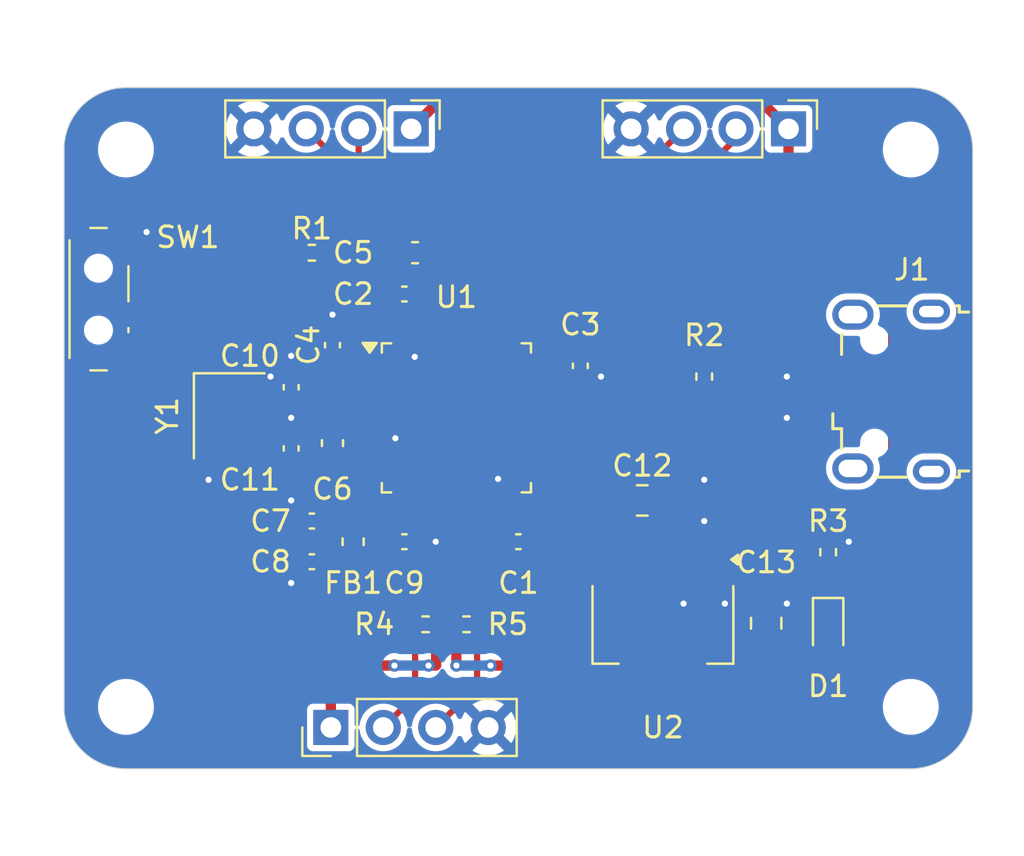
<source format=kicad_pcb>
(kicad_pcb (version 20241229) (generator "pcbnew") (generator_version "9.0")
  (layers (0 "F.Cu" signal) (2 "B.Cu" power) (13 "F.Paste" user) (15 "B.Paste" user) (5 "F.SilkS" user "F.Silkscreen") (7 "B.SilkS" user "B.Silkscreen") (1 "F.Mask" user) (3 "B.Mask" user) (25 "Edge.Cuts" user))
  (net 0 "")
  (net 1 "+3.3V")
  (net 2 "GND")
  (net 3 "+3.3VA")
  (net 4 "/NRST")
  (net 5 "/HSE_IN")
  (net 6 "/HSE_OUT")
  (net 7 "VBUS")
  (net 8 "Net-(D1-K)")
  (net 9 "/USB_D+")
  (net 13 "/USB_D-")
  (net 16 "/SWDIO")
  (net 17 "/SWCLK")
  (net 18 "/USART1_RX")
  (net 19 "/USART1_TX")
  (net 20 "/I2C2_SCL")
  (net 21 "/I2C2_SDA")
  (net 22 "/BOOT0")
  (net 23 "/SW_BOOT0")
  (footprint "Capacitor_SMD:C_0402_1005Metric" (layer "F.Cu") (at 86 68.48 -90)
    (property "Reference" "C3" (at -2 0 180) (layer "F.SilkS"))
    (property "Value" "100n")
    (fp_line (start -0.107836 0.36) (end 0.107836 0.36) (stroke (width 0.12)) (layer "F.SilkS"))
    (fp_line (start -0.107836 -0.36) (end 0.107836 -0.36) (stroke (width 0.12)) (layer "F.SilkS"))
    (pad "1" smd roundrect (at -0.48 0 270) (size 0.56 0.62) (layers "F.Cu" "F.Mask" "F.Paste") (net 1 "+3.3V"))
    (pad "2" smd roundrect (at 0.48 0 270) (size 0.56 0.62) (layers "F.Cu" "F.Mask" "F.Paste") (net 2 "GND"))
  )
  (footprint "Capacitor_SMD:C_0402_1005Metric" (layer "F.Cu") (at 73 77.97 180)
    (property "Reference" "C8" (at 2 0 0) (layer "F.SilkS"))
    (property "Value" "1u")
    (fp_line (start -0.107836 0.36) (end 0.107836 0.36) (stroke (width 0.12)) (layer "F.SilkS"))
    (fp_line (start -0.107836 -0.36) (end 0.107836 -0.36) (stroke (width 0.12)) (layer "F.SilkS"))
    (pad "1" smd roundrect (at -0.48 0 180) (size 0.56 0.62) (layers "F.Cu" "F.Mask" "F.Paste") (net 1 "+3.3V"))
    (pad "2" smd roundrect (at 0.48 0 180) (size 0.56 0.62) (layers "F.Cu" "F.Mask" "F.Paste") (net 2 "GND"))
  )
  (footprint "Capacitor_SMD:C_0402_1005Metric" (layer "F.Cu") (at 77.48 77)
    (property "Reference" "C9" (at 0 2 0) (layer "F.SilkS"))
    (property "Value" "100n")
    (fp_line (start -0.107836 -0.36) (end 0.107836 -0.36) (stroke (width 0.12)) (layer "F.SilkS"))
    (fp_line (start -0.107836 0.36) (end 0.107836 0.36) (stroke (width 0.12)) (layer "F.SilkS"))
    (pad "1" smd roundrect (at -0.48 0) (size 0.56 0.62) (layers "F.Cu" "F.Mask" "F.Paste") (net 4 "/NRST"))
    (pad "2" smd roundrect (at 0.48 0) (size 0.56 0.62) (layers "F.Cu" "F.Mask" "F.Paste") (net 2 "GND"))
  )
  (footprint "Package_TO_SOT_SMD:SOT-223-3_TabPin2" (layer "F.Cu") (at 90 81 -90)
    (property "Reference" "U2" (at 5 0 180) (layer "F.SilkS"))
    (property "Value" "AMS1117-3.3")
    (fp_line (start -1.85 3.41) (end 1.91 3.41) (stroke (width 0.12)) (layer "F.SilkS"))
    (fp_line (start 1.91 3.41) (end 1.91 2.15) (stroke (width 0.12)) (layer "F.SilkS"))
    (fp_line (start -1.85 -3.41) (end 1.91 -3.41) (stroke (width 0.12)) (layer "F.SilkS"))
    (fp_line (start 1.91 -3.41) (end 1.91 -2.15) (stroke (width 0.12)) (layer "F.SilkS"))
    (fp_poly (pts (xy -3.13 -3.31) (xy -3.37 -3.64) (xy -2.89 -3.64) (xy -3.13 -3.31)) (stroke (width 0.12)) (fill yes) (layer "F.SilkS"))
    (pad "1" smd roundrect (at -3.15 -2.3 270) (size 2 1.5) (layers "F.Cu" "F.Mask" "F.Paste") (net 2 "GND"))
    (pad "2" smd roundrect (at -3.15 0 270) (size 2 1.5) (layers "F.Cu" "F.Mask" "F.Paste") (net 1 "+3.3V"))
    (pad "2" smd roundrect (at 3.15 0 270) (size 2 3.8) (layers "F.Cu" "F.Mask" "F.Paste") (net 1 "+3.3V"))
    (pad "3" smd roundrect (at -3.15 2.3 270) (size 2 1.5) (layers "F.Cu" "F.Mask" "F.Paste") (net 7 "VBUS"))
  )
  (footprint "Capacitor_SMD:C_0402_1005Metric" (layer "F.Cu") (at 74 67.48 90)
    (property "Reference" "C4" (at 0 -1.16 90) (layer "F.SilkS"))
    (property "Value" "100n")
    (fp_line (start -0.107836 -0.36) (end 0.107836 -0.36) (stroke (width 0.12)) (layer "F.SilkS"))
    (fp_line (start -0.107836 0.36) (end 0.107836 0.36) (stroke (width 0.12)) (layer "F.SilkS"))
    (pad "1" smd roundrect (at -0.48 0 90) (size 0.56 0.62) (layers "F.Cu" "F.Mask" "F.Paste") (net 1 "+3.3V"))
    (pad "2" smd roundrect (at 0.48 0 90) (size 0.56 0.62) (layers "F.Cu" "F.Mask" "F.Paste") (net 2 "GND"))
  )
  (footprint "Connector_PinHeader_2.54mm:PinHeader_1x04_P2.54mm_Vertical" (layer "F.Cu") (at 96.08 57 -90)
    (property "Reference" "J2")
    (property "Value" "Conn_01x04_Pin")
    (fp_line (start -1.38 9) (end 1.38 9) (stroke (width 0.12)) (layer "F.SilkS"))
    (fp_line (start -1.38 1.27) (end -1.38 9) (stroke (width 0.12)) (layer "F.SilkS"))
    (fp_line (start -1.38 1.27) (end 1.38 1.27) (stroke (width 0.12)) (layer "F.SilkS"))
    (fp_line (start 1.38 1.27) (end 1.38 9) (stroke (width 0.12)) (layer "F.SilkS"))
    (fp_line (start -1.38 0) (end -1.38 -1.38) (stroke (width 0.12)) (layer "F.SilkS"))
    (fp_line (start -1.38 -1.38) (end 0 -1.38) (stroke (width 0.12)) (layer "F.SilkS"))
    (pad "1" thru_hole rect (at 0 0 270) (size 1.7 1.7) (drill 1) (layers "*.Cu" "*.Mask") (net 1 "+3.3V"))
    (pad "2" thru_hole circle (at 0 2.54 270) (size 1.7 1.7) (drill 1) (layers "*.Cu" "*.Mask") (net 16 "/SWDIO"))
    (pad "3" thru_hole circle (at 0 5.08 270) (size 1.7 1.7) (drill 1) (layers "*.Cu" "*.Mask") (net 17 "/SWCLK"))
    (pad "4" thru_hole circle (at 0 7.62 270) (size 1.7 1.7) (drill 1) (layers "*.Cu" "*.Mask") (net 2 "GND"))
  )
  (footprint "Capacitor_SMD:C_0402_1005Metric" (layer "F.Cu") (at 72 72.48 90)
    (property "Reference" "C11" (at -1.52 -2 180) (layer "F.SilkS"))
    (property "Value" "10p")
    (fp_line (start -0.107836 -0.36) (end 0.107836 -0.36) (stroke (width 0.12)) (layer "F.SilkS"))
    (fp_line (start -0.107836 0.36) (end 0.107836 0.36) (stroke (width 0.12)) (layer "F.SilkS"))
    (pad "1" smd roundrect (at -0.48 0 90) (size 0.56 0.62) (layers "F.Cu" "F.Mask" "F.Paste") (net 6 "/HSE_OUT"))
    (pad "2" smd roundrect (at 0.48 0 90) (size 0.56 0.62) (layers "F.Cu" "F.Mask" "F.Paste") (net 2 "GND"))
  )
  (footprint "MountingHole:MountingHole_2.2mm_M2" (layer "F.Cu") (at 102 58)
    (property "Reference" "H3")
    (property "Value" "MountingHole")
    (pad "" np_thru_hole circle (at 0 0) (size 2.2 2.2) (drill 2.2) (layers "*.Cu" "*.Mask"))
  )
  (footprint "Capacitor_SMD:C_0603_1608Metric" (layer "F.Cu") (at 78 63)
    (property "Reference" "C5" (at -3 0 0) (layer "F.SilkS"))
    (property "Value" "10u")
    (fp_line (start -0.14058 -0.51) (end 0.14058 -0.51) (stroke (width 0.12)) (layer "F.SilkS"))
    (fp_line (start -0.14058 0.51) (end 0.14058 0.51) (stroke (width 0.12)) (layer "F.SilkS"))
    (pad "1" smd roundrect (at -0.775 0) (size 0.9 0.95) (layers "F.Cu" "F.Mask" "F.Paste") (net 1 "+3.3V"))
    (pad "2" smd roundrect (at 0.775 0) (size 0.9 0.95) (layers "F.Cu" "F.Mask" "F.Paste") (net 2 "GND"))
  )
  (footprint "Connector_PinHeader_2.54mm:PinHeader_1x04_P2.54mm_Vertical" (layer "F.Cu") (at 73.92 86 90)
    (property "Reference" "J4")
    (property "Value" "Conn_01x04_Pin")
    (fp_line (start -1.38 -1.38) (end 0 -1.38) (stroke (width 0.12)) (layer "F.SilkS"))
    (fp_line (start -1.38 0) (end -1.38 -1.38) (stroke (width 0.12)) (layer "F.SilkS"))
    (fp_line (start 1.38 1.27) (end 1.38 9) (stroke (width 0.12)) (layer "F.SilkS"))
    (fp_line (start -1.38 1.27) (end 1.38 1.27) (stroke (width 0.12)) (layer "F.SilkS"))
    (fp_line (start -1.38 1.27) (end -1.38 9) (stroke (width 0.12)) (layer "F.SilkS"))
    (fp_line (start -1.38 9) (end 1.38 9) (stroke (width 0.12)) (layer "F.SilkS"))
    (pad "1" thru_hole rect (at 0 0 90) (size 1.7 1.7) (drill 1) (layers "*.Cu" "*.Mask") (net 1 "+3.3V"))
    (pad "2" thru_hole circle (at 0 2.54 90) (size 1.7 1.7) (drill 1) (layers "*.Cu" "*.Mask") (net 20 "/I2C2_SCL"))
    (pad "3" thru_hole circle (at 0 5.08 90) (size 1.7 1.7) (drill 1) (layers "*.Cu" "*.Mask") (net 21 "/I2C2_SDA"))
    (pad "4" thru_hole circle (at 0 7.62 90) (size 1.7 1.7) (drill 1) (layers "*.Cu" "*.Mask") (net 2 "GND"))
  )
  (footprint "MountingHole:MountingHole_2.2mm_M2" (layer "F.Cu") (at 102 85)
    (property "Reference" "H4")
    (property "Value" "MountingHole")
    (pad "" np_thru_hole circle (at 0 0) (size 2.2 2.2) (drill 2.2) (layers "*.Cu" "*.Mask"))
  )
  (footprint "Capacitor_SMD:C_0805_2012Metric" (layer "F.Cu") (at 89 75)
    (property "Reference" "C12" (at 0 -1.68 0) (layer "F.SilkS"))
    (property "Value" "22u")
    (fp_line (start -0.261252 -0.735) (end 0.261252 -0.735) (stroke (width 0.12)) (layer "F.SilkS"))
    (fp_line (start -0.261252 0.735) (end 0.261252 0.735) (stroke (width 0.12)) (layer "F.SilkS"))
    (pad "1" smd roundrect (at -0.95 0) (size 1 1.45) (layers "F.Cu" "F.Mask" "F.Paste") (net 7 "VBUS"))
    (pad "2" smd roundrect (at 0.95 0) (size 1 1.45) (layers "F.Cu" "F.Mask" "F.Paste") (net 2 "GND"))
  )
  (footprint "MountingHole:MountingHole_2.2mm_M2" (layer "F.Cu") (at 64 58)
    (property "Reference" "H2")
    (property "Value" "MountingHole")
    (pad "" np_thru_hole circle (at 0 0) (size 2.2 2.2) (drill 2.2) (layers "*.Cu" "*.Mask"))
  )
  (footprint "Resistor_SMD:R_0402_1005Metric" (layer "F.Cu") (at 78.51 81 180)
    (property "Reference" "R4" (at 2.49 0 0) (layer "F.SilkS"))
    (property "Value" "1k5")
    (fp_line (start -0.153641 0.38) (end 0.153641 0.38) (stroke (width 0.12)) (layer "F.SilkS"))
    (fp_line (start -0.153641 -0.38) (end 0.153641 -0.38) (stroke (width 0.12)) (layer "F.SilkS"))
    (pad "1" smd roundrect (at -0.51 0 180) (size 0.54 0.64) (layers "F.Cu" "F.Mask" "F.Paste") (net 1 "+3.3V"))
    (pad "2" smd roundrect (at 0.51 0 180) (size 0.54 0.64) (layers "F.Cu" "F.Mask" "F.Paste") (net 20 "/I2C2_SCL"))
  )
  (footprint "LED_SMD:LED_0603_1608Metric" (layer "F.Cu") (at 98 81.2125 -90)
    (property "Reference" "D1" (at 2.7875 0 180) (layer "F.SilkS"))
    (property "Value" "RED")
    (fp_line (start -1.485 0.735) (end 0.8 0.735) (stroke (width 0.12)) (layer "F.SilkS"))
    (fp_line (start -1.485 -0.735) (end -1.485 0.735) (stroke (width 0.12)) (layer "F.SilkS"))
    (fp_line (start 0.8 -0.735) (end -1.485 -0.735) (stroke (width 0.12)) (layer "F.SilkS"))
    (pad "1" smd roundrect (at -0.7875 0 270) (size 0.875 0.95) (layers "F.Cu" "F.Mask" "F.Paste") (net 8 "Net-(D1-K)"))
    (pad "2" smd roundrect (at 0.7875 0 270) (size 0.875 0.95) (layers "F.Cu" "F.Mask" "F.Paste") (net 1 "+3.3V"))
  )
  (footprint "Capacitor_SMD:C_0402_1005Metric" (layer "F.Cu") (at 73 76 180)
    (property "Reference" "C7" (at 2 0 0) (layer "F.SilkS"))
    (property "Value" "1u")
    (fp_line (start -0.107836 0.36) (end 0.107836 0.36) (stroke (width 0.12)) (layer "F.SilkS"))
    (fp_line (start -0.107836 -0.36) (end 0.107836 -0.36) (stroke (width 0.12)) (layer "F.SilkS"))
    (pad "1" smd roundrect (at -0.48 0 180) (size 0.56 0.62) (layers "F.Cu" "F.Mask" "F.Paste") (net 3 "+3.3VA"))
    (pad "2" smd roundrect (at 0.48 0 180) (size 0.56 0.62) (layers "F.Cu" "F.Mask" "F.Paste") (net 2 "GND"))
  )
  (footprint "Capacitor_SMD:C_0402_1005Metric" (layer "F.Cu") (at 83 77 180)
    (property "Reference" "C1" (at 0 -2 0) (layer "F.SilkS"))
    (property "Value" "100n")
    (fp_line (start -0.107836 0.36) (end 0.107836 0.36) (stroke (width 0.12)) (layer "F.SilkS"))
    (fp_line (start -0.107836 -0.36) (end 0.107836 -0.36) (stroke (width 0.12)) (layer "F.SilkS"))
    (pad "1" smd roundrect (at -0.48 0 180) (size 0.56 0.62) (layers "F.Cu" "F.Mask" "F.Paste") (net 1 "+3.3V"))
    (pad "2" smd roundrect (at 0.48 0 180) (size 0.56 0.62) (layers "F.Cu" "F.Mask" "F.Paste") (net 2 "GND"))
  )
  (footprint "Capacitor_SMD:C_0603_1608Metric" (layer "F.Cu") (at 74 72.225 90)
    (property "Reference" "C6" (at -2.225 0 180) (layer "F.SilkS"))
    (property "Value" "10n")
    (fp_line (start -0.14058 -0.51) (end 0.14058 -0.51) (stroke (width 0.12)) (layer "F.SilkS"))
    (fp_line (start -0.14058 0.51) (end 0.14058 0.51) (stroke (width 0.12)) (layer "F.SilkS"))
    (pad "1" smd roundrect (at -0.775 0 90) (size 0.9 0.95) (layers "F.Cu" "F.Mask" "F.Paste") (net 3 "+3.3VA"))
    (pad "2" smd roundrect (at 0.775 0 90) (size 0.9 0.95) (layers "F.Cu" "F.Mask" "F.Paste") (net 2 "GND"))
  )
  (footprint "Package_QFP:LQFP-48_7x7mm_P0.5mm" (layer "F.Cu") (at 80 71)
    (property "Reference" "U1" (at 0 -5.85 0) (layer "F.SilkS"))
    (property "Value" "STM32F103C8T6")
    (fp_line (start -3.61 -3.61) (end -3.61 -3.16) (stroke (width 0.12)) (layer "F.SilkS"))
    (fp_line (start -3.61 3.61) (end -3.61 3.16) (stroke (width 0.12)) (layer "F.SilkS"))
    (fp_line (start -3.16 -3.61) (end -3.61 -3.61) (stroke (width 0.12)) (layer "F.SilkS"))
    (fp_line (start -3.16 3.61) (end -3.61 3.61) (stroke (width 0.12)) (layer "F.SilkS"))
    (fp_line (start 3.16 -3.61) (end 3.61 -3.61) (stroke (width 0.12)) (layer "F.SilkS"))
    (fp_line (start 3.16 3.61) (end 3.61 3.61) (stroke (width 0.12)) (layer "F.SilkS"))
    (fp_line (start 3.61 -3.61) (end 3.61 -3.16) (stroke (width 0.12)) (layer "F.SilkS"))
    (fp_line (start 3.61 3.61) (end 3.61 3.16) (stroke (width 0.12)) (layer "F.SilkS"))
    (fp_poly (pts (xy -4.2 -3.16) (xy -4.54 -3.63) (xy -3.86 -3.63)) (stroke (width 0.12)) (fill yes) (layer "F.SilkS"))
    (pad "1" smd roundrect (at -4.1625 -2.75) (size 1.475 0.3) (layers "F.Cu" "F.Mask" "F.Paste") (net 1 "+3.3V"))
    (pad "2" smd roundrect (at -4.1625 -2.25) (size 1.475 0.3) (layers "F.Cu" "F.Mask" "F.Paste"))
    (pad "3" smd roundrect (at -4.1625 -1.75) (size 1.475 0.3) (layers "F.Cu" "F.Mask" "F.Paste"))
    (pad "4" smd roundrect (at -4.1625 -1.25) (size 1.475 0.3) (layers "F.Cu" "F.Mask" "F.Paste"))
    (pad "5" smd roundrect (at -4.1625 -0.75) (size 1.475 0.3) (layers "F.Cu" "F.Mask" "F.Paste") (net 5 "/HSE_IN"))
    (pad "6" smd roundrect (at -4.1625 -0.25) (size 1.475 0.3) (layers "F.Cu" "F.Mask" "F.Paste") (net 6 "/HSE_OUT"))
    (pad "7" smd roundrect (at -4.1625 0.25) (size 1.475 0.3) (layers "F.Cu" "F.Mask" "F.Paste") (net 4 "/NRST"))
    (pad "8" smd roundrect (at -4.1625 0.75) (size 1.475 0.3) (layers "F.Cu" "F.Mask" "F.Paste") (net 2 "GND"))
    (pad "9" smd roundrect (at -4.1625 1.25) (size 1.475 0.3) (layers "F.Cu" "F.Mask" "F.Paste") (net 3 "+3.3VA"))
    (pad "10" smd roundrect (at -4.1625 1.75) (size 1.475 0.3) (layers "F.Cu" "F.Mask" "F.Paste"))
    (pad "11" smd roundrect (at -4.1625 2.25) (size 1.475 0.3) (layers "F.Cu" "F.Mask" "F.Paste"))
    (pad "12" smd roundrect (at -4.1625 2.75) (size 1.475 0.3) (layers "F.Cu" "F.Mask" "F.Paste"))
    (pad "13" smd roundrect (at -2.75 4.1625) (size 0.3 1.475) (layers "F.Cu" "F.Mask" "F.Paste"))
    (pad "14" smd roundrect (at -2.25 4.1625) (size 0.3 1.475) (layers "F.Cu" "F.Mask" "F.Paste"))
    (pad "15" smd roundrect (at -1.75 4.1625) (size 0.3 1.475) (layers "F.Cu" "F.Mask" "F.Paste"))
    (pad "16" smd roundrect (at -1.25 4.1625) (size 0.3 1.475) (layers "F.Cu" "F.Mask" "F.Paste"))
    (pad "17" smd roundrect (at -0.75 4.1625) (size 0.3 1.475) (layers "F.Cu" "F.Mask" "F.Paste"))
    (pad "18" smd roundrect (at -0.25 4.1625) (size 0.3 1.475) (layers "F.Cu" "F.Mask" "F.Paste"))
    (pad "19" smd roundrect (at 0.25 4.1625) (size 0.3 1.475) (layers "F.Cu" "F.Mask" "F.Paste"))
    (pad "20" smd roundrect (at 0.75 4.1625) (size 0.3 1.475) (layers "F.Cu" "F.Mask" "F.Paste"))
    (pad "21" smd roundrect (at 1.25 4.1625) (size 0.3 1.475) (layers "F.Cu" "F.Mask" "F.Paste") (net 20 "/I2C2_SCL"))
    (pad "22" smd roundrect (at 1.75 4.1625) (size 0.3 1.475) (layers "F.Cu" "F.Mask" "F.Paste") (net 21 "/I2C2_SDA"))
    (pad "23" smd roundrect (at 2.25 4.1625) (size 0.3 1.475) (layers "F.Cu" "F.Mask" "F.Paste") (net 2 "GND"))
    (pad "24" smd roundrect (at 2.75 4.1625) (size 0.3 1.475) (layers "F.Cu" "F.Mask" "F.Paste") (net 1 "+3.3V"))
    (pad "25" smd roundrect (at 4.1625 2.75) (size 1.475 0.3) (layers "F.Cu" "F.Mask" "F.Paste"))
    (pad "26" smd roundrect (at 4.1625 2.25) (size 1.475 0.3) (layers "F.Cu" "F.Mask" "F.Paste"))
    (pad "27" smd roundrect (at 4.1625 1.75) (size 1.475 0.3) (layers "F.Cu" "F.Mask" "F.Paste"))
    (pad "28" smd roundrect (at 4.1625 1.25) (size 1.475 0.3) (layers "F.Cu" "F.Mask" "F.Paste"))
    (pad "29" smd roundrect (at 4.1625 0.75) (size 1.475 0.3) (layers "F.Cu" "F.Mask" "F.Paste"))
    (pad "30" smd roundrect (at 4.1625 0.25) (size 1.475 0.3) (layers "F.Cu" "F.Mask" "F.Paste"))
    (pad "31" smd roundrect (at 4.1625 -0.25) (size 1.475 0.3) (layers "F.Cu" "F.Mask" "F.Paste"))
    (pad "32" smd roundrect (at 4.1625 -0.75) (size 1.475 0.3) (layers "F.Cu" "F.Mask" "F.Paste") (net 13 "/USB_D-"))
    (pad "33" smd roundrect (at 4.1625 -1.25) (size 1.475 0.3) (layers "F.Cu" "F.Mask" "F.Paste") (net 9 "/USB_D+"))
    (pad "34" smd roundrect (at 4.1625 -1.75) (size 1.475 0.3) (layers "F.Cu" "F.Mask" "F.Paste") (net 16 "/SWDIO"))
    (pad "35" smd roundrect (at 4.1625 -2.25) (size 1.475 0.3) (layers "F.Cu" "F.Mask" "F.Paste") (net 2 "GND"))
    (pad "36" smd roundrect (at 4.1625 -2.75) (size 1.475 0.3) (layers "F.Cu" "F.Mask" "F.Paste") (net 1 "+3.3V"))
    (pad "37" smd roundrect (at 2.75 -4.1625) (size 0.3 1.475) (layers "F.Cu" "F.Mask" "F.Paste") (net 17 "/SWCLK"))
    (pad "38" smd roundrect (at 2.25 -4.1625) (size 0.3 1.475) (layers "F.Cu" "F.Mask" "F.Paste"))
    (pad "39" smd roundrect (at 1.75 -4.1625) (size 0.3 1.475) (layers "F.Cu" "F.Mask" "F.Paste"))
    (pad "40" smd roundrect (at 1.25 -4.1625) (size 0.3 1.475) (layers "F.Cu" "F.Mask" "F.Paste"))
    (pad "41" smd roundrect (at 0.75 -4.1625) (size 0.3 1.475) (layers "F.Cu" "F.Mask" "F.Paste"))
    (pad "42" smd roundrect (at 0.25 -4.1625) (size 0.3 1.475) (layers "F.Cu" "F.Mask" "F.Paste") (net 19 "/USART1_TX"))
    (pad "43" smd roundrect (at -0.25 -4.1625) (size 0.3 1.475) (layers "F.Cu" "F.Mask" "F.Paste") (net 18 "/USART1_RX"))
    (pad "44" smd roundrect (at -0.75 -4.1625) (size 0.3 1.475) (layers "F.Cu" "F.Mask" "F.Paste") (net 22 "/BOOT0"))
    (pad "45" smd roundrect (at -1.25 -4.1625) (size 0.3 1.475) (layers "F.Cu" "F.Mask" "F.Paste"))
    (pad "46" smd roundrect (at -1.75 -4.1625) (size 0.3 1.475) (layers "F.Cu" "F.Mask" "F.Paste"))
    (pad "47" smd roundrect (at -2.25 -4.1625) (size 0.3 1.475) (layers "F.Cu" "F.Mask" "F.Paste") (net 2 "GND"))
    (pad "48" smd roundrect (at -2.75 -4.1625) (size 0.3 1.475) (layers "F.Cu" "F.Mask" "F.Paste") (net 1 "+3.3V"))
  )
  (footprint "Connector_USB:USB_Micro-B_Wuerth_629105150521" (layer "F.Cu") (at 101.05 69.725 90)
    (property "Reference" "J1" (at 5.9 1 180) (layer "F.SilkS"))
    (property "Value" "USB_B_Micro")
    (fp_line (start -1.075 -2.825) (end -1.8 -2.825) (stroke (width 0.15)) (layer "F.SilkS"))
    (fp_line (start -1.8 -2.825) (end -1.8 -2.4) (stroke (width 0.15)) (layer "F.SilkS"))
    (fp_line (start 1.8 -2.4) (end 2.8 -2.4) (stroke (width 0.15)) (layer "F.SilkS"))
    (fp_line (start -1.8 -2.4) (end -2.8 -2.4) (stroke (width 0.15)) (layer "F.SilkS"))
    (fp_line (start -4.15 -0.65) (end -4.15 0.75) (stroke (width 0.15)) (layer "F.SilkS"))
    (fp_line (start 4.15 0.75) (end 4.15 -0.65) (stroke (width 0.15)) (layer "F.SilkS"))
    (fp_line (start -4.15 3.15) (end -4.15 3.3) (stroke (width 0.15)) (layer "F.SilkS"))
    (fp_line (start 4.15 3.3) (end 4.15 3.15) (stroke (width 0.15)) (layer "F.SilkS"))
    (fp_line (start 3.85 3.3) (end 4.15 3.3) (stroke (width 0.15)) (layer "F.SilkS"))
    (fp_line (start -3.85 3.3) (end -3.85 3.75) (stroke (width 0.15)) (layer "F.SilkS"))
    (fp_line (start -4.15 3.3) (end -3.85 3.3) (stroke (width 0.15)) (layer "F.SilkS"))
    (fp_line (start 3.85 3.75) (end 3.85 3.3) (stroke (width 0.15)) (layer "F.SilkS"))
    (pad "" np_thru_hole oval (at -2.5 -0.8 90) (size 0.8 0.8) (drill 0.8) (layers "*.Cu" "*.Mask"))
    (pad "" np_thru_hole oval (at 2.5 -0.8 90) (size 0.8 0.8) (drill 0.8) (layers "*.Cu" "*.Mask"))
    (pad "1" smd rect (at -1.3 -1.9 90) (size 0.45 1.3) (layers "F.Cu" "F.Mask" "F.Paste") (net 7 "VBUS"))
    (pad "2" smd rect (at -0.65 -1.9 90) (size 0.45 1.3) (layers "F.Cu" "F.Mask" "F.Paste") (net 13 "/USB_D-"))
    (pad "3" smd rect (at 0 -1.9 90) (size 0.45 1.3) (layers "F.Cu" "F.Mask" "F.Paste") (net 9 "/USB_D+"))
    (pad "4" smd rect (at 0.65 -1.9 90) (size 0.45 1.3) (layers "F.Cu" "F.Mask" "F.Paste"))
    (pad "5" smd rect (at 1.3 -1.9 90) (size 0.45 1.3) (layers "F.Cu" "F.Mask" "F.Paste") (net 2 "GND"))
    (pad "6" thru_hole oval (at -3.875 1.95 90) (size 1.15 1.8) (drill oval 0.55 1.2) (property pad_prop_heatsink) (layers "*.Cu" "*.Mask"))
    (pad "6" thru_hole oval (at -3.725 -1.85 90) (size 1.45 2) (drill oval 0.85 1.4) (property pad_prop_heatsink) (layers "*.Cu" "*.Mask"))
    (pad "6" thru_hole oval (at 3.725 -1.85 90) (size 1.45 2) (drill oval 0.85 1.4) (property pad_prop_heatsink) (layers "*.Cu" "*.Mask"))
    (pad "6" thru_hole oval (at 3.875 1.95 90) (size 1.15 1.8) (drill oval 0.55 1.2) (property pad_prop_heatsink) (layers "*.Cu" "*.Mask"))
  )
  (footprint "Capacitor_SMD:C_0402_1005Metric" (layer "F.Cu") (at 72 69.52 90)
    (property "Reference" "C10" (at 1.52 -2 180) (layer "F.SilkS"))
    (property "Value" "10p")
    (fp_line (start -0.107836 -0.36) (end 0.107836 -0.36) (stroke (width 0.12)) (layer "F.SilkS"))
    (fp_line (start -0.107836 0.36) (end 0.107836 0.36) (stroke (width 0.12)) (layer "F.SilkS"))
    (pad "1" smd roundrect (at -0.48 0 90) (size 0.56 0.62) (layers "F.Cu" "F.Mask" "F.Paste") (net 5 "/HSE_IN"))
    (pad "2" smd roundrect (at 0.48 0 90) (size 0.56 0.62) (layers "F.Cu" "F.Mask" "F.Paste") (net 2 "GND"))
  )
  (footprint "Resistor_SMD:R_0402_1005Metric" (layer "F.Cu") (at 80.49 81)
    (property "Reference" "R5" (at 2 0 0) (layer "F.SilkS"))
    (property "Value" "1k5")
    (fp_line (start -0.153641 -0.38) (end 0.153641 -0.38) (stroke (width 0.12)) (layer "F.SilkS"))
    (fp_line (start -0.153641 0.38) (end 0.153641 0.38) (stroke (width 0.12)) (layer "F.SilkS"))
    (pad "1" smd roundrect (at -0.51 0) (size 0.54 0.64) (layers "F.Cu" "F.Mask" "F.Paste") (net 1 "+3.3V"))
    (pad "2" smd roundrect (at 0.51 0) (size 0.54 0.64) (layers "F.Cu" "F.Mask" "F.Paste") (net 21 "/I2C2_SDA"))
  )
  (footprint "Button_Switch_SMD:SW_SPDT_PCM12" (layer "F.Cu") (at 63 65.25 -90)
    (property "Reference" "SW1" (at -3 -4 0) (layer "F.SilkS"))
    (property "Value" "SW_SPDT")
    (fp_line (start -2.85 1.73) (end 2.85 1.73) (stroke (width 0.12)) (layer "F.SilkS"))
    (fp_line (start 3.45 0.72) (end 3.45 -0.07) (stroke (width 0.12)) (layer "F.SilkS"))
    (fp_line (start -3.45 -0.07) (end -3.45 0.72) (stroke (width 0.12)) (layer "F.SilkS"))
    (fp_line (start -1.6 -1.12) (end 0.1 -1.12) (stroke (width 0.12)) (layer "F.SilkS"))
    (fp_line (start 1.4 -1.12) (end 1.6 -1.12) (stroke (width 0.12)) (layer "F.SilkS"))
    (pad "" smd rect (at -3.65 -0.78 270) (size 1 0.8) (layers "F.Cu" "F.Mask" "F.Paste"))
    (pad "" smd rect (at -3.65 1.43 270) (size 1 0.8) (layers "F.Cu" "F.Mask" "F.Paste"))
    (pad "" np_thru_hole circle (at -1.5 0.33 270) (size 0.9 0.9) (drill 0.9) (layers "*.Cu" "*.Mask"))
    (pad "" np_thru_hole circle (at 1.5 0.33 270) (size 0.9 0.9) (drill 0.9) (layers "*.Cu" "*.Mask"))
    (pad "" smd rect (at 3.65 -0.78 270) (size 1 0.8) (layers "F.Cu" "F.Mask" "F.Paste"))
    (pad "" smd rect (at 3.65 1.43 270) (size 1 0.8) (layers "F.Cu" "F.Mask" "F.Paste"))
    (pad "1" smd rect (at -2.25 -1.43 270) (size 0.7 1.5) (layers "F.Cu" "F.Mask" "F.Paste") (net 2 "GND"))
    (pad "2" smd rect (at 0.75 -1.43 270) (size 0.7 1.5) (layers "F.Cu" "F.Mask" "F.Paste") (net 23 "/SW_BOOT0"))
    (pad "3" smd rect (at 2.25 -1.43 270) (size 0.7 1.5) (layers "F.Cu" "F.Mask" "F.Paste") (net 1 "+3.3V"))
  )
  (footprint "Resistor_SMD:R_0402_1005Metric" (layer "F.Cu") (at 73 63)
    (property "Reference" "R1" (at 0 -1.17 0) (layer "F.SilkS"))
    (property "Value" "10k")
    (fp_line (start -0.153641 -0.38) (end 0.153641 -0.38) (stroke (width 0.12)) (layer "F.SilkS"))
    (fp_line (start -0.153641 0.38) (end 0.153641 0.38) (stroke (width 0.12)) (layer "F.SilkS"))
    (pad "1" smd roundrect (at -0.51 0) (size 0.54 0.64) (layers "F.Cu" "F.Mask" "F.Paste") (net 23 "/SW_BOOT0"))
    (pad "2" smd roundrect (at 0.51 0) (size 0.54 0.64) (layers "F.Cu" "F.Mask" "F.Paste") (net 22 "/BOOT0"))
  )
  (footprint "MountingHole:MountingHole_2.2mm_M2" (layer "F.Cu") (at 64 85)
    (property "Reference" "H1")
    (property "Value" "MountingHole")
    (pad "" np_thru_hole circle (at 0 0) (size 2.2 2.2) (drill 2.2) (layers "*.Cu" "*.Mask"))
  )
  (footprint "Capacitor_SMD:C_0402_1005Metric" (layer "F.Cu") (at 77.48 65)
    (property "Reference" "C2" (at -2.48 0 0) (layer "F.SilkS"))
    (property "Value" "100n")
    (fp_line (start -0.107836 -0.36) (end 0.107836 -0.36) (stroke (width 0.12)) (layer "F.SilkS"))
    (fp_line (start -0.107836 0.36) (end 0.107836 0.36) (stroke (width 0.12)) (layer "F.SilkS"))
    (pad "1" smd roundrect (at -0.48 0) (size 0.56 0.62) (layers "F.Cu" "F.Mask" "F.Paste") (net 1 "+3.3V"))
    (pad "2" smd roundrect (at 0.48 0) (size 0.56 0.62) (layers "F.Cu" "F.Mask" "F.Paste") (net 2 "GND"))
  )
  (footprint "Resistor_SMD:R_0402_1005Metric" (layer "F.Cu") (at 92 69 -90)
    (property "Reference" "R2" (at -2 0 180) (layer "F.SilkS"))
    (property "Value" "1k5")
    (fp_line (start -0.153641 0.38) (end 0.153641 0.38) (stroke (width 0.12)) (layer "F.SilkS"))
    (fp_line (start -0.153641 -0.38) (end 0.153641 -0.38) (stroke (width 0.12)) (layer "F.SilkS"))
    (pad "1" smd roundrect (at -0.51 0 270) (size 0.54 0.64) (layers "F.Cu" "F.Mask" "F.Paste") (net 1 "+3.3V"))
    (pad "2" smd roundrect (at 0.51 0 270) (size 0.54 0.64) (layers "F.Cu" "F.Mask" "F.Paste") (net 9 "/USB_D+"))
  )
  (footprint "Capacitor_SMD:C_0805_2012Metric" (layer "F.Cu") (at 95 80.95 90)
    (property "Reference" "C13" (at 2.95 0 180) (layer "F.SilkS"))
    (property "Value" "22u")
    (fp_line (start -0.261252 -0.735) (end 0.261252 -0.735) (stroke (width 0.12)) (layer "F.SilkS"))
    (fp_line (start -0.261252 0.735) (end 0.261252 0.735) (stroke (width 0.12)) (layer "F.SilkS"))
    (pad "1" smd roundrect (at -0.95 0 90) (size 1 1.45) (layers "F.Cu" "F.Mask" "F.Paste") (net 1 "+3.3V"))
    (pad "2" smd roundrect (at 0.95 0 90) (size 1 1.45) (layers "F.Cu" "F.Mask" "F.Paste") (net 2 "GND"))
  )
  (footprint "Inductor_SMD:L_0603_1608Metric" (layer "F.Cu") (at 75 77 -90)
    (property "Reference" "FB1" (at 2 0 180) (layer "F.SilkS"))
    (property "Value" "120R")
    (fp_line (start -0.162779 0.51) (end 0.162779 0.51) (stroke (width 0.12)) (layer "F.SilkS"))
    (fp_line (start -0.162779 -0.51) (end 0.162779 -0.51) (stroke (width 0.12)) (layer "F.SilkS"))
    (pad "1" smd roundrect (at -0.7875 0 270) (size 0.875 0.95) (layers "F.Cu" "F.Mask" "F.Paste") (net 3 "+3.3VA"))
    (pad "2" smd roundrect (at 0.7875 0 270) (size 0.875 0.95) (layers "F.Cu" "F.Mask" "F.Paste") (net 1 "+3.3V"))
  )
  (footprint "Resistor_SMD:R_0402_1005Metric" (layer "F.Cu") (at 98 77.51 90)
    (property "Reference" "R3" (at 1.51 0 180) (layer "F.SilkS"))
    (property "Value" "1k5")
    (fp_line (start -0.153641 -0.38) (end 0.153641 -0.38) (stroke (width 0.12)) (layer "F.SilkS"))
    (fp_line (start -0.153641 0.38) (end 0.153641 0.38) (stroke (width 0.12)) (layer "F.SilkS"))
    (pad "1" smd roundrect (at -0.51 0 90) (size 0.54 0.64) (layers "F.Cu" "F.Mask" "F.Paste") (net 8 "Net-(D1-K)"))
    (pad "2" smd roundrect (at 0.51 0 90) (size 0.54 0.64) (layers "F.Cu" "F.Mask" "F.Paste") (net 2 "GND"))
  )
  (footprint "Crystal:Crystal_SMD_3225-4Pin_3.2x2.5mm" (layer "F.Cu") (at 69 70.9 -90)
    (property "Reference" "Y1" (at 0 3 90) (layer "F.SilkS"))
    (property "Value" "16MHz")
    (fp_line (start -2.06 1.71) (end 2.06 1.71) (stroke (width 0.12)) (layer "F.SilkS"))
    (fp_line (start -2.06 -1.71) (end -2.06 1.71) (stroke (width 0.12)) (layer "F.SilkS"))
    (pad "1" smd roundrect (at -1.1 0.85 270) (size 1.4 1.2) (layers "F.Cu" "F.Mask" "F.Paste") (roundrect_rratio 0.208333) (net 5 "/HSE_IN"))
    (pad "2" smd roundrect (at 1.1 0.85 270) (size 1.4 1.2) (layers "F.Cu" "F.Mask" "F.Paste") (roundrect_rratio 0.208333) (net 2 "GND"))
    (pad "3" smd roundrect (at 1.1 -0.85 270) (size 1.4 1.2) (layers "F.Cu" "F.Mask" "F.Paste") (roundrect_rratio 0.208333) (net 6 "/HSE_OUT"))
    (pad "4" smd roundrect (at -1.1 -0.85 270) (size 1.4 1.2) (layers "F.Cu" "F.Mask" "F.Paste") (roundrect_rratio 0.208333) (net 2 "GND"))
  )
  (footprint "Connector_PinHeader_2.54mm:PinHeader_1x04_P2.54mm_Vertical" (layer "F.Cu") (at 77.81 57 -90)
    (property "Reference" "J3")
    (property "Value" "Conn_01x04_Pin")
    (fp_line (start -1.38 9) (end 1.38 9) (stroke (width 0.12)) (layer "F.SilkS"))
    (fp_line (start -1.38 1.27) (end -1.38 9) (stroke (width 0.12)) (layer "F.SilkS"))
    (fp_line (start -1.38 1.27) (end 1.38 1.27) (stroke (width 0.12)) (layer "F.SilkS"))
    (fp_line (start 1.38 1.27) (end 1.38 9) (stroke (width 0.12)) (layer "F.SilkS"))
    (fp_line (start -1.38 0) (end -1.38 -1.38) (stroke (width 0.12)) (layer "F.SilkS"))
    (fp_line (start -1.38 -1.38) (end 0 -1.38) (stroke (width 0.12)) (layer "F.SilkS"))
    (pad "1" thru_hole rect (at 0 0 270) (size 1.7 1.7) (drill 1) (layers "*.Cu" "*.Mask") (net 1 "+3.3V"))
    (pad "2" thru_hole circle (at 0 2.54 270) (size 1.7 1.7) (drill 1) (layers "*.Cu" "*.Mask") (net 19 "/USART1_TX"))
    (pad "3" thru_hole circle (at 0 5.08 270) (size 1.7 1.7) (drill 1) (layers "*.Cu" "*.Mask") (net 18 "/USART1_RX"))
    (pad "4" thru_hole circle (at 0 7.62 270) (size 1.7 1.7) (drill 1) (layers "*.Cu" "*.Mask") (net 2 "GND"))
  )
  (gr_line (start 64 55) (end 102 55) (stroke (width 0.05)) (layer "Edge.Cuts"))
  (gr_arc (start 102 55) (mid 104.12132 55.87868) (end 105 58) (stroke (width 0.05)) (layer "Edge.Cuts"))
  (gr_line (start 105 58) (end 105 85) (stroke (width 0.05)) (layer "Edge.Cuts"))
  (gr_arc (start 105 85) (mid 104.12132 87.12132) (end 102 88) (stroke (width 0.05)) (layer "Edge.Cuts"))
  (gr_line (start 64 88) (end 102 88) (stroke (width 0.05)) (layer "Edge.Cuts"))
  (gr_arc (start 64 88) (mid 61.87868 87.12132) (end 61 85) (stroke (width 0.05)) (layer "Edge.Cuts"))
  (gr_arc (start 61 58) (mid 61.87868 55.87868) (end 64 55) (stroke (width 0.05)) (layer "Edge.Cuts"))
  (gr_line (start 61 85) (end 61 58) (stroke (width 0.05)) (layer "Edge.Cuts"))
  (segment (start 97 81.9) (end 97.9 81.9) (width 0.5) (layer "F.Cu") (net 1))
  (segment (start 96 59) (end 96.08 58.92) (width 0.5) (layer "F.Cu") (net 1))
  (segment (start 76 66.96) (end 75 67.96) (width 0.5) (layer "F.Cu") (net 1))
  (segment (start 98.5 61.5) (end 98.5 61.99) (width 0.5) (layer "F.Cu") (net 1))
  (segment (start 94.331 55.251) (end 96.08 57) (width 0.5) (layer "F.Cu") (net 1))
  (segment (start 98.5 61.99) (end 92 68.49) (width 0.5) (layer "F.Cu") (net 1))
  (segment (start 66 68) (end 70 68) (width 0.5) (layer "F.Cu") (net 1))
  (segment (start 73.92 84.08) (end 73.92 86) (width 0.5) (layer "F.Cu") (net 1))
  (segment (start 77.81 57) (end 79.559 55.251) (width 0.5) (layer "F.Cu") (net 1))
  (segment (start 82.75 75.75) (end 83.48 76.48) (width 0.3) (layer "F.Cu") (net 1))
  (segment (start 80 83) (end 80 81.02) (width 0.5) (layer "F.Cu") (net 1))
  (segment (start 77 63.225) (end 77.225 63) (width 0.3) (layer "F.Cu") (net 1))
  (segment (start 75.5475 67.96) (end 75.8375 68.25) (width 0.3) (layer "F.Cu") (net 1))
  (segment (start 77.25 66.8375) (end 77.25 66.25) (width 0.3) (layer "F.Cu") (net 1))
  (segment (start 97.9 81.9) (end 98 82) (width 0.5) (layer "F.Cu") (net 1))
  (segment (start 77.225 63) (end 77.225 64.775) (width 0.3) (layer "F.Cu") (net 1))
  (segment (start 79.559 55.251) (end 94.331 55.251) (width 0.5) (layer "F.Cu") (net 1))
  (segment (start 91.51 68) (end 86 68) (width 0.5) (layer "F.Cu") (net 1))
  (segment (start 77 83) (end 75 83) (width 0.5) (layer "F.Cu") (net 1))
  (segment (start 75 77.7875) (end 73.6625 77.7875) (width 0.5) (layer "F.Cu") (net 1))
  (segment (start 95 81.9) (end 97 81.9) (width 0.5) (layer "F.Cu") (net 1))
  (segment (start 100 78) (end 101 77) (width 0.5) (layer "F.Cu") (net 1))
  (segment (start 97 85) (end 95 87) (width 0.5) (layer "F.Cu") (net 1))
  (segment (start 99 84) (end 100 83) (width 0.5) (layer "F.Cu") (net 1))
  (segment (start 84 83) (end 81.65 83) (width 0.5) (layer "F.Cu") (net 1))
  (segment (start 79.98 81) (end 79.02 81) (width 0.5) (layer "F.Cu") (net 1))
  (segment (start 80 81.02) (end 79.98 81) (width 0.5) (layer "F.Cu") (net 1))
  (segment (start 83.48 77.48) (end 83.48 77) (width 0.5) (layer "F.Cu") (net 1))
  (segment (start 92 68.49) (end 91.51 68) (width 0.5) (layer "F.Cu") (net 1))
  (segment (start 75 83) (end 68 83) (width 0.5) (layer "F.Cu") (net 1))
  (segment (start 96.08 58.92) (end 96.08 57) (width 0.5) (layer "F.Cu") (net 1))
  (segment (start 97 81.9) (end 97 84) (width 0.5) (layer "F.Cu") (net 1))
  (segment (start 101.149603 73.850397) (end 101.149603 64.149603) (width 0.5) (layer "F.Cu") (net 1))
  (segment (start 95 87) (end 86 87) (width 0.5) (layer "F.Cu") (net 1))
  (segment (start 76 63) (end 77.225 63) (width 0.5) (layer "F.Cu") (net 1))
  (segment (start 82.75 75.1625) (end 82.75 75.75) (width 0.3) (layer "F.Cu") (net 1))
  (segment (start 70 68) (end 75 63) (width 0.5) (layer "F.Cu") (net 1))
  (segment (start 79.02 81) (end 79.02 82.98) (width 0.5) (layer "F.Cu") (net 1))
  (segment (start 73.6625 77.7875) (end 73.48 77.97) (width 0.5) (layer "F.Cu") (net 1))
  (segment (start 101 74) (end 101.149603 73.850397) (width 0.5) (layer "F.Cu") (net 1))
  (segment (start 97 84) (end 97 85) (width 0.5) (layer "F.Cu") (net 1))
  (segment (start 68 83) (end 66 81) (width 0.5) (layer "F.Cu") (net 1))
  (segment (start 77.225 64.775) (end 77 65) (width 0.3) (layer "F.Cu") (net 1))
  (segment (start 64.43 67.5) (end 65.5 67.5) (width 0.5) (layer "F.Cu") (net 1))
  (segment (start 83.48 76.48) (end 83.48 77) (width 0.3) (layer "F.Cu") (net 1))
  (segment (start 79.02 82.98) (end 79 83) (width 0.5) (layer "F.Cu") (net 1))
  (segment (start 66 81) (end 66 68) (width 0.5) (layer "F.Cu") (net 1))
  (segment (start 101 77) (end 101 74) (width 0.5) (layer "F.Cu") (net 1))
  (segment (start 85.75 68.25) (end 86 68) (width 0.3) (layer "F.Cu") (net 1))
  (segment (start 98.5 61.5) (end 96 59) (width 0.5) (layer "F.Cu") (net 1))
  (segment (start 75 63) (end 76 63) (width 0.5) (layer "F.Cu") (net 1))
  (segment (start 65.5 67.5) (end 66 68) (width 0.5) (layer "F.Cu") (net 1))
  (segment (start 86 87) (end 84 85) (width 0.5) (layer "F.Cu") (net 1))
  (segment (start 84 83) (end 84 78) (width 0.5) (layer "F.Cu") (net 1))
  (segment (start 79 83) (end 78.65 83) (width 0.5) (layer "F.Cu") (net 1))
  (segment (start 75 67.96) (end 75.5475 67.96) (width 0.3) (layer "F.Cu") (net 1))
  (segment (start 75 83) (end 75 77.7875) (width 0.5) (layer "F.Cu") (net 1))
  (segment (start 84 85) (end 84 83) (width 0.5) (layer "F.Cu") (net 1))
  (segment (start 75 83) (end 73.92 84.08) (width 0.5) (layer "F.Cu") (net 1))
  (segment (start 74 67.96) (end 75 67.96) (width 0.3) (layer "F.Cu") (net 1))
  (segment (start 84.1625 68.25) (end 85.75 68.25) (width 0.3) (layer "F.Cu") (net 1))
  (segment (start 77 66) (end 77 65) (width 0.3) (layer "F.Cu") (net 1))
  (segment (start 97 84) (end 99 84) (width 0.5) (layer "F.Cu") (net 1))
  (segment (start 77.25 66.25) (end 77 66) (width 0.3) (layer "F.Cu") (net 1))
  (segment (start 84 78) (end 83.48 77.48) (width 0.5) (layer "F.Cu") (net 1))
  (segment (start 76 63) (end 76 66.96) (width 0.5) (layer "F.Cu") (net 1))
  (segment (start 101.149603 64.149603) (end 98.5 61.5) (width 0.5) (layer "F.Cu") (net 1))
  (segment (start 100 83) (end 100 78) (width 0.5) (layer "F.Cu") (net 1))
  (via (at 80 83) (size 0.6) (drill 0.3) (layers "F.Cu" "B.Cu") (net 1))
  (via (at 78.65 83) (size 0.6) (drill 0.3) (layers "F.Cu" "B.Cu") (net 1))
  (via (at 77 83) (size 0.6) (drill 0.3) (layers "F.Cu" "B.Cu") (net 1))
  (via (at 81.65 83) (size 0.6) (drill 0.3) (layers "F.Cu" "B.Cu") (net 1))
  (segment (start 78.65 83) (end 77 83) (width 0.5) (layer "B.Cu") (net 1))
  (segment (start 81.65 83) (end 80 83) (width 0.5) (layer "B.Cu") (net 1))
  (segment (start 64.43 63) (end 64.43 62.57) (width 0.5) (layer "F.Cu") (net 2))
  (segment (start 68.15 73.85) (end 68 74) (width 0.5) (layer "F.Cu") (net 2))
  (segment (start 97 69) (end 97.601 68.399) (width 0.5) (layer "F.Cu") (net 2))
  (segment (start 70.2 69.8) (end 71 69) (width 0.5) (layer "F.Cu") (net 2))
  (segment (start 77.011855 71.988145) (end 77.045164 71.988145) (width 0.3) (layer "F.Cu") (net 2))
  (segment (start 84.1625 68.75) (end 85.79 68.75) (width 0.3) (layer "F.Cu") (net 2))
  (segment (start 85.79 68.75) (end 86 68.96) (width 0.3) (layer "F.Cu") (net 2))
  (segment (start 92.3 77.85) (end 92.3 78.7) (width 0.5) (layer "F.Cu") (net 2))
  (segment (start 68.15 72) (end 68.15 73.85) (width 0.5) (layer "F.Cu") (net 2))
  (segment (start 77.96 77) (end 79 77) (width 0.5) (layer "F.Cu") (net 2))
  (segment (start 89.95 75) (end 90 75) (width 0.5) (layer "F.Cu") (net 2))
  (segment (start 74 67) (end 74 66) (width 0.5) (layer "F.Cu") (net 2))
  (segment (start 82.25 74.189599) (end 82.016965 73.956564) (width 0.3) (layer "F.Cu") (net 2))
  (segment (start 72.52 75.52) (end 72 75) (width 0.5) (layer "F.Cu") (net 2))
  (segment (start 82.25 76.73) (end 82.52 77) (width 0.3) (layer "F.Cu") (net 2))
  (segment (start 96 76) (end 96 71) (width 0.5) (layer "F.Cu") (net 2))
  (segment (start 96 69) (end 97 69) (width 0.5) (layer "F.Cu") (net 2))
  (segment (start 97.601 68.399) (end 99.15 68.399) (width 0.5) (layer "F.Cu") (net 2))
  (segment (start 74.3 71.75) (end 74 71.45) (width 0.3) (layer "F.Cu") (net 2))
  (segment (start 72.52 78.48) (end 72 79) (width 0.5) (layer "F.Cu") (net 2))
  (segment (start 78.775 63) (end 78.775 64.185) (width 0.5) (layer "F.Cu") (net 2))
  (segment (start 98 77) (end 97 77) (width 0.5) (layer "F.Cu") (net 2))
  (segment (start 75.8375 71.75) (end 76.75 71.75) (width 0.3) (layer "F.Cu") (net 2))
  (segment (start 98 77) (end 99 77) (width 0.5) (layer "F.Cu") (net 2))
  (segment (start 69.85 69.8) (end 70.2 69.8) (width 0.5) (layer "F.Cu") (net 2))
  (segment (start 86.96 68.96) (end 87 69) (width 0.3) (layer "F.Cu") (net 2))
  (segment (start 72.52 76) (end 72.52 75.52) (width 0.5) (layer "F.Cu") (net 2))
  (segment (start 86 68.96) (end 86.96 68.96) (width 0.3) (layer "F.Cu") (net 2))
  (segment (start 77.75 66.8375) (end 77.75 65.21) (width 0.3) (layer "F.Cu") (net 2))
  (segment (start 77 72) (end 77.011855 71.988145) (width 0.3) (layer "F.Cu") (net 2))
  (segment (start 76.75 71.75) (end 77 72) (width 0.3) (layer "F.Cu") (net 2))
  (segment (start 75.8375 71.75) (end 74.3 71.75) (width 0.3) (layer "F.Cu") (net 2))
  (segment (start 77.75 67.810401) (end 77.983035 68.043436) (width 0.3) (layer "F.Cu") (net 2))
  (segment (start 72 72) (end 72 71) (width 0.5) (layer "F.Cu") (net 2))
  (segment (start 64.43 62.57) (end 65 62) (width 0.5) (layer "F.Cu") (net 2))
  (segment (start 78.775 64.185) (end 77.96 65) (width 0.5) (layer "F.Cu") (net 2))
  (segment (start 72 69.04) (end 72 68) (width 0.5) (layer "F.Cu") (net 2))
  (segment (start 82.25 75.1625) (end 82.25 76.73) (width 0.3) (layer "F.Cu") (net 2))
  (segment (start 72.52 77.97) (end 72.52 78.48) (width 0.5) (layer "F.Cu") (net 2))
  (segment (start 97 77) (end 96 76) (width 0.5) (layer "F.Cu") (net 2))
  (segment (start 82.25 75.1625) (end 82.25 74.189599) (width 0.3) (layer "F.Cu") (net 2))
  (segment (start 77.75 66.8375) (end 77.75 67.810401) (width 0.3) (layer "F.Cu") (net 2))
  (segment (start 77.75 65.21) (end 77.96 65) (width 0.3) (layer "F.Cu") (net 2))
  (via (at 72 68) (size 0.6) (drill 0.3) (layers "F.Cu" "B.Cu") (net 2))
  (via (at 74 66) (size 0.6) (drill 0.3) (layers "F.Cu" "B.Cu") (net 2))
  (via (at 77.983035 68.043436) (size 0.6) (drill 0.3) (layers "F.Cu" "B.Cu") (net 2))
  (via (at 93 80) (size 0.6) (drill 0.3) (layers "F.Cu" "B.Cu") (net 2))
  (via (at 92 76) (size 0.6) (drill 0.3) (layers "F.Cu" "B.Cu") (net 2))
  (via (at 77.045164 71.988145) (size 0.6) (drill 0.3) (layers "F.Cu" "B.Cu") (net 2))
  (via (at 91 80) (size 0.6) (drill 0.3) (layers "F.Cu" "B.Cu") (net 2))
  (via (at 79 77) (size 0.6) (drill 0.3) (layers "F.Cu" "B.Cu") (net 2))
  (via (at 68 74) (size 0.6) (drill 0.3) (layers "F.Cu" "B.Cu") (net 2))
  (via (at 72 79) (size 0.6) (drill 0.3) (layers "F.Cu" "B.Cu") (net 2))
  (via (at 96 69) (size 0.6) (drill 0.3) (layers "F.Cu" "B.Cu") (net 2))
  (via (at 96 71) (size 0.6) (drill 0.3) (layers "F.Cu" "B.Cu") (net 2))
  (via (at 72 71) (size 0.6) (drill 0.3) (layers "F.Cu" "B.Cu") (net 2))
  (via (at 87 69) (size 0.6) (drill 0.3) (layers "F.Cu" "B.Cu") (net 2))
  (via (at 96 80) (size 0.6) (drill 0.3) (layers "F.Cu" "B.Cu") (net 2))
  (via (at 71 69) (size 0.6) (drill 0.3) (layers "F.Cu" "B.Cu") (net 2))
  (via (at 92 74) (size 0.6) (drill 0.3) (layers "F.Cu" "B.Cu") (net 2))
  (via (at 65 62) (size 0.6) (drill 0.3) (layers "F.Cu" "B.Cu") (net 2))
  (via (at 99 77) (size 0.6) (drill 0.3) (layers "F.Cu" "B.Cu") (net 2))
  (via (at 82.016965 73.956564) (size 0.6) (drill 0.3) (layers "F.Cu" "B.Cu") (net 2))
  (via (at 72 75) (size 0.6) (drill 0.3) (layers "F.Cu" "B.Cu") (net 2))
  (segment (start 96 71) (end 96 69) (width 0.5) (layer "B.Cu") (net 2))
  (segment (start 75.8375 72.25) (end 74.75 72.25) (width 0.3) (layer "F.Cu") (net 3))
  (segment (start 73.48 73.52) (end 74 73) (width 0.5) (layer "F.Cu") (net 3))
  (segment (start 74.75 72.25) (end 74 73) (width 0.3) (layer "F.Cu") (net 3))
  (segment (start 73.48 76) (end 73.48 73.52) (width 0.5) (layer "F.Cu") (net 3))
  (segment (start 73.6925 76.2125) (end 73.48 76) (width 0.5) (layer "F.Cu") (net 3))
  (segment (start 75 76.2125) (end 73.6925 76.2125) (width 0.5) (layer "F.Cu") (net 3))
  (segment (start 77.25 71.25) (end 78 72) (width 0.3) (layer "F.Cu") (net 4))
  (segment (start 75.8375 71.25) (end 77.25 71.25) (width 0.3) (layer "F.Cu") (net 4))
  (segment (start 78 72) (end 78 73) (width 0.3) (layer "F.Cu") (net 4))
  (segment (start 76 76) (end 77 77) (width 0.3) (layer "F.Cu") (net 4))
  (segment (start 76 75) (end 76 76) (width 0.3) (layer "F.Cu") (net 4))
  (segment (start 78 73) (end 76 75) (width 0.3) (layer "F.Cu") (net 4))
  (segment (start 74.804342 70.25) (end 74.554342 70) (width 0.3) (layer "F.Cu") (net 5))
  (segment (start 71.051 70.949) (end 69.299 70.949) (width 0.3) (layer "F.Cu") (net 5))
  (segment (start 75.8375 70.25) (end 74.804342 70.25) (width 0.3) (layer "F.Cu") (net 5))
  (segment (start 72 70) (end 71.051 70.949) (width 0.3) (layer "F.Cu") (net 5))
  (segment (start 69.299 70.949) (end 68.15 69.8) (width 0.3) (layer "F.Cu") (net 5))
  (segment (start 74.554342 70) (end 72 70) (width 0.3) (layer "F.Cu") (net 5))
  (segment (start 70.81 72.96) (end 69.85 72) (width 0.3) (layer "F.Cu") (net 6))
  (segment (start 75.8375 70.75) (end 74.595822 70.75) (width 0.3) (layer "F.Cu") (net 6))
  (segment (start 72.72 72.28826) (end 72.04826 72.96) (width 0.3) (layer "F.Cu") (net 6))
  (segment (start 72.72 70.649) (end 72.72 72.28826) (width 0.3) (layer "F.Cu") (net 6))
  (segment (start 74.494822 70.649) (end 72.72 70.649) (width 0.3) (layer "F.Cu") (net 6))
  (segment (start 72.04826 72.96) (end 72 72.96) (width 0.3) (layer "F.Cu") (net 6))
  (segment (start 74.595822 70.75) (end 74.494822 70.649) (width 0.3) (layer "F.Cu") (net 6))
  (segment (start 72 72.96) (end 70.81 72.96) (width 0.3) (layer "F.Cu") (net 6))
  (segment (start 98 80.425) (end 98 78.02) (width 0.5) (layer "F.Cu") (net 8))
  (segment (start 85.268751 69.75) (end 85.293751 69.775) (width 0.2) (layer "F.Cu") (net 9))
  (segment (start 98.202554 69.825) (end 98.625 69.825) (width 0.2) (layer "F.Cu") (net 9))
  (segment (start 85.293751 69.775) (end 98.152554 69.775) (width 0.2) (layer "F.Cu") (net 9))
  (segment (start 84.1625 69.75) (end 85.268751 69.75) (width 0.2) (layer "F.Cu") (net 9))
  (segment (start 98.625 69.825) (end 98.725 69.725) (width 0.2) (layer "F.Cu") (net 9))
  (segment (start 98.152554 69.775) (end 98.202554 69.825) (width 0.2) (layer "F.Cu") (net 9))
  (segment (start 98.725 69.725) (end 99.15 69.725) (width 0.2) (layer "F.Cu") (net 9))
  (segment (start 98.725 70.375) (end 99.15 70.375) (width 0.2) (layer "F.Cu") (net 13))
  (segment (start 98.625 70.275) (end 98.725 70.375) (width 0.2) (layer "F.Cu") (net 13))
  (segment (start 85.293751 70.225) (end 97.980348 70.225) (width 0.2) (layer "F.Cu") (net 13))
  (segment (start 85.268751 70.25) (end 85.293751 70.225) (width 0.2) (layer "F.Cu") (net 13))
  (segment (start 97.980348 70.225) (end 98.030348 70.275) (width 0.2) (layer "F.Cu") (net 13))
  (segment (start 98.030348 70.275) (end 98.625 70.275) (width 0.2) (layer "F.Cu") (net 13))
  (segment (start 84.1625 70.25) (end 85.268751 70.25) (width 0.2) (layer "F.Cu") (net 13))
  (segment (start 84.1625 69.25) (end 83.25 69.25) (width 0.3) (layer "F.Cu") (net 16))
  (segment (start 93.54 57.46) (end 93.54 57) (width 0.3) (layer "F.Cu") (net 16))
  (segment (start 83 68) (end 93.54 57.46) (width 0.3) (layer "F.Cu") (net 16))
  (segment (start 83.25 69.25) (end 83 69) (width 0.3) (layer "F.Cu") (net 16))
  (segment (start 83 69) (end 83 68) (width 0.3) (layer "F.Cu") (net 16))
  (segment (start 82.75 65.25) (end 91 57) (width 0.3) (layer "F.Cu") (net 17))
  (segment (start 82.75 66.8375) (end 82.75 65.25) (width 0.3) (layer "F.Cu") (net 17))
  (segment (start 81 60) (end 75 60) (width 0.3) (layer "F.Cu") (net 18))
  (segment (start 81 64) (end 81 60) (width 0.3) (layer "F.Cu") (net 18))
  (segment (start 79.75 66.8375) (end 79.75 65.25) (width 0.3) (layer "F.Cu") (net 18))
  (segment (start 79.75 65.25) (end 81 64) (width 0.3) (layer "F.Cu") (net 18))
  (segment (start 75 59.27) (end 72.73 57) (width 0.3) (layer "F.Cu") (net 18))
  (segment (start 75 60) (end 75 59.27) (width 0.3) (layer "F.Cu") (net 18))
  (segment (start 82 64) (end 82 60) (width 0.3) (layer "F.Cu") (net 19))
  (segment (start 80.25 65.75) (end 82 64) (width 0.3) (layer "F.Cu") (net 19))
  (segment (start 81 59) (end 76 59) (width 0.3) (layer "F.Cu") (net 19))
  (segment (start 80.25 66.8375) (end 80.25 65.75) (width 0.3) (layer "F.Cu") (net 19))
  (segment (start 76 59) (end 75.27 58.27) (width 0.3) (layer "F.Cu") (net 19))
  (segment (start 82 60) (end 81 59) (width 0.3) (layer "F.Cu") (net 19))
  (segment (start 75.27 58.27) (end 75.27 57) (width 0.3) (layer "F.Cu") (net 19))
  (segment (start 81.25 76.75) (end 79 79) (width 0.3) (layer "F.Cu") (net 20))
  (segment (start 79 79) (end 79 80) (width 0.3) (layer "F.Cu") (net 20))
  (segment (start 78 81) (end 78 84.46) (width 0.3) (layer "F.Cu") (net 20))
  (segment (start 81.25 75.1625) (end 81.25 76.75) (width 0.3) (layer "F.Cu") (net 20))
  (segment (start 79 80) (end 78 80) (width 0.3) (layer "F.Cu") (net 20))
  (segment (start 78 84.46) (end 76.46 86) (width 0.3) (layer "F.Cu") (net 20))
  (segment (start 78 80) (end 78 81) (width 0.3) (layer "F.Cu") (net 20))
  (segment (start 81.75 77.75) (end 81 78.5) (width 0.3) (layer "F.Cu") (net 21))
  (segment (start 81 78.5) (end 81 81) (width 0.3) (layer "F.Cu") (net 21))
  (segment (start 81 84) (end 79 86) (width 0.3) (layer "F.Cu") (net 21))
  (segment (start 81 81) (end 81 84) (width 0.3) (layer "F.Cu") (net 21))
  (segment (start 81.75 75.1625) (end 81.75 77.75) (width 0.3) (layer "F.Cu") (net 21))
  (segment (start 75.51 61) (end 73.51 63) (width 0.3) (layer "F.Cu") (net 22))
  (segment (start 80 61) (end 75.51 61) (width 0.3) (layer "F.Cu") (net 22))
  (segment (start 80 63.809942) (end 80 61) (width 0.3) (layer "F.Cu") (net 22))
  (segment (start 79.25 64.559942) (end 80 63.809942) (width 0.3) (layer "F.Cu") (net 22))
  (segment (start 79.25 66.8375) (end 79.25 64.559942) (width 0.3) (layer "F.Cu") (net 22))
  (segment (start 64.43 66) (end 69.49 66) (width 0.3) (layer "F.Cu") (net 23))
  (segment (start 69.49 66) (end 72.49 63) (width 0.3) (layer "F.Cu") (net 23))
  (zone (net 7) (net_name "VBUS") (layer "F.Cu") (priority 2) (connect_pads (clearance 0.5)) (min_thickness 0.25) (fill yes (thermal_gap 0.5) (thermal_bridge_width 0.5))
    (polygon (pts (xy 86 80) (xy 89 80) (xy 89 73) (xy 96 72) (xy 100 72) (xy 100 71) (xy 86 71)))
  )
  (zone (net 2) (net_name "GND") (layer "F.Cu") (priority 1) (connect_pads yes (clearance 0.3)) (min_thickness 0.25) (fill yes (thermal_gap 0.5) (thermal_bridge_width 0.5))
    (polygon (pts (xy 90 74) (xy 93 74) (xy 94 75) (xy 94 79) (xy 96 79) (xy 97 80) (xy 97 81) (xy 91 80.95) (xy 91 76) (xy 90 76)))
  )
  (zone (net 1) (net_name "+3.3V") (layer "F.Cu") (priority 3) (connect_pads (clearance 0.5)) (min_thickness 0.25) (fill yes (thermal_gap 0.5) (thermal_bridge_width 0.5))
    (polygon (pts (xy 89 77) (xy 91 77) (xy 91 81) (xy 96 81) (xy 96 83) (xy 93 83) (xy 93 86) (xy 87 86) (xy 87 82) (xy 89 82)))
  )
  (zone (net 2) (net_name "GND") (layer "B.Cu") (connect_pads (clearance 0.3)) (min_thickness 0.25) (fill yes (thermal_gap 0.5) (thermal_bridge_width 0.5))
    (polygon (pts (xy 61 55) (xy 105 55) (xy 105 88) (xy 61 88)))
  )
)
</source>
